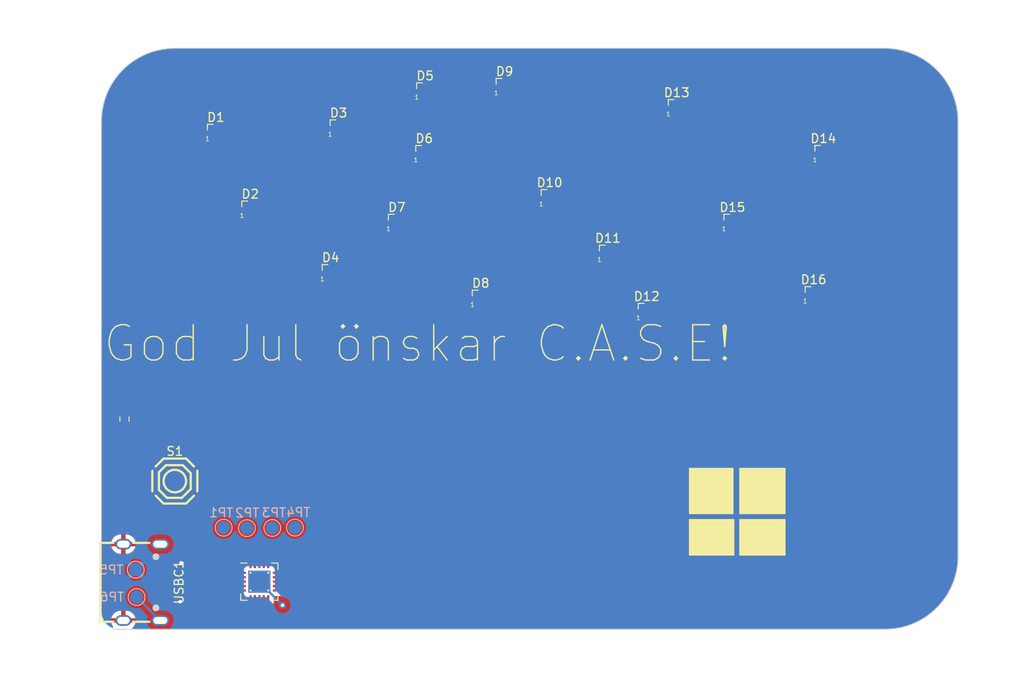
<source format=kicad_pcb>
(kicad_pcb (version 20240108) (generator "pcbnew") (generator_version "8.0")
  (layers (0 "F.Cu" signal) (31 "B.Cu" signal) (34 "B.Paste" user) (35 "F.Paste" user) (36 "B.SilkS" user "B.Silkscreen") (37 "F.SilkS" user "F.Silkscreen") (38 "B.Mask" user) (39 "F.Mask" user) (44 "Edge.Cuts" user))
  (net 0 "")
  (net 1 "Net-(D1-DOUT)")
  (net 2 "GND")
  (net 3 "Net-(D2-DOUT)")
  (net 4 "Net-(D3-DOUT)")
  (net 5 "Net-(D4-DOUT)")
  (net 6 "Net-(D5-DOUT)")
  (net 7 "Net-(D6-DOUT)")
  (net 8 "Net-(D7-DOUT)")
  (net 9 "Net-(D8-DOUT)")
  (net 10 "Net-(D10-DIN)")
  (net 11 "Net-(D10-DOUT)")
  (net 12 "Net-(D11-DOUT)")
  (net 13 "Net-(D12-DOUT)")
  (net 14 "Net-(D13-DOUT)")
  (net 15 "Net-(D14-DOUT)")
  (net 16 "Net-(D15-DOUT)")
  (net 24 "Net-(U1-PA4)")
  (net 27 "Net-(U1-~{RESET}{slash}PB3)")
  (net 31 "Net-(U1-PA6)")
  (net 32 "Net-(D1-DIN)")
  (net 33 "Net-(U1-AREF{slash}PA0)")
  (net 34 "Net-(U1-PA5)")
  (net 36 "VCC_REG")
  (net 40 "Net-(U1-PA1)")
  (footprint "LED_SMD:LED_SK6812_EC15_1.5x1.5mm" (layer "F.Cu") (at 230.45 96.95)
    (property "Reference" "D14" (at 0 -1.75 0) (layer "F.SilkS"))
    (property "Value" "SK6805")
    (fp_line (start -0.96 -0.96) (end -0.96 -0.31) (stroke (width 0.12)) (layer "F.SilkS"))
    (fp_line (start -0.31 -0.96) (end -0.96 -0.96) (stroke (width 0.12)) (layer "F.SilkS"))
    (fp_text user "1" (at -0.95 0.68 180) (layer "F.SilkS") (effects (font (size 0.5 0.5) (thickness 0.075))))
    (pad "1" smd roundrect (at -0.45 0.45 90) (size 0.5 0.5) (layers "F.Cu" "F.Paste" "F.Mask") (net 14 "Net-(D13-DOUT)"))
    (pad "2" smd roundrect (at 0.45 0.45 90) (size 0.5 0.5) (layers "F.Cu" "F.Paste" "F.Mask") (net 36 "VCC_REG"))
    (pad "3" smd roundrect (at 0.45 -0.45 90) (size 0.5 0.5) (layers "F.Cu" "F.Paste" "F.Mask") (net 15 "Net-(D14-DOUT)"))
    (pad "4" smd roundrect (at -0.45 -0.45 90) (size 0.5 0.5) (layers "F.Cu" "F.Paste" "F.Mask") (net 2 "GND"))
  )
  (footprint "LED_SMD:LED_SK6812_EC15_1.5x1.5mm" (layer "F.Cu") (at 210.45 114.85)
    (property "Reference" "D12" (at 0 -1.75 0) (layer "F.SilkS"))
    (property "Value" "SK6805")
    (fp_line (start -0.96 -0.96) (end -0.96 -0.31) (stroke (width 0.12)) (layer "F.SilkS"))
    (fp_line (start -0.31 -0.96) (end -0.96 -0.96) (stroke (width 0.12)) (layer "F.SilkS"))
    (fp_text user "1" (at -0.95 0.68 180) (layer "F.SilkS") (effects (font (size 0.5 0.5) (thickness 0.075))))
    (pad "1" smd roundrect (at -0.45 0.45 90) (size 0.5 0.5) (layers "F.Cu" "F.Paste" "F.Mask") (net 12 "Net-(D11-DOUT)"))
    (pad "2" smd roundrect (at 0.45 0.45 90) (size 0.5 0.5) (layers "F.Cu" "F.Paste" "F.Mask") (net 36 "VCC_REG"))
    (pad "3" smd roundrect (at 0.45 -0.45 90) (size 0.5 0.5) (layers "F.Cu" "F.Paste" "F.Mask") (net 13 "Net-(D12-DOUT)"))
    (pad "4" smd roundrect (at -0.45 -0.45 90) (size 0.5 0.5) (layers "F.Cu" "F.Paste" "F.Mask") (net 2 "GND"))
  )
  (footprint "Resistor_SMD:R_0603_1608Metric" (layer "F.Cu") (at 151.3 127 90)
    (property "Reference" "R1" (hide yes))
    (property "Value" "470" (hide yes))
    (fp_line (start -0.237258 -0.5225) (end 0.237258 -0.5225) (stroke (width 0.12)) (layer "F.SilkS"))
    (fp_line (start -0.237258 0.5225) (end 0.237258 0.5225) (stroke (width 0.12)) (layer "F.SilkS"))
    (pad "1" smd roundrect (at -0.825 0 90) (size 0.8 0.95) (layers "F.Cu" "F.Paste" "F.Mask") (net 33 "Net-(U1-AREF{slash}PA0)"))
    (pad "2" smd roundrect (at 0.825 0 90) (size 0.8 0.95) (layers "F.Cu" "F.Paste" "F.Mask") (net 32 "Net-(D1-DIN)"))
  )
  (footprint "LED_SMD:LED_SK6812_EC15_1.5x1.5mm" (layer "F.Cu") (at 194.35 89.35)
    (property "Reference" "D9" (at 0 -1.75 0) (layer "F.SilkS"))
    (property "Value" "SK6805")
    (fp_line (start -0.96 -0.96) (end -0.96 -0.31) (stroke (width 0.12)) (layer "F.SilkS"))
    (fp_line (start -0.31 -0.96) (end -0.96 -0.96) (stroke (width 0.12)) (layer "F.SilkS"))
    (fp_text user "1" (at -0.95 0.68 180) (layer "F.SilkS") (effects (font (size 0.5 0.5) (thickness 0.075))))
    (pad "1" smd roundrect (at -0.45 0.45 90) (size 0.5 0.5) (layers "F.Cu" "F.Paste" "F.Mask") (net 9 "Net-(D8-DOUT)"))
    (pad "2" smd roundrect (at 0.45 0.45 90) (size 0.5 0.5) (layers "F.Cu" "F.Paste" "F.Mask") (net 36 "VCC_REG"))
    (pad "3" smd roundrect (at 0.45 -0.45 90) (size 0.5 0.5) (layers "F.Cu" "F.Paste" "F.Mask") (net 10 "Net-(D10-DIN)"))
    (pad "4" smd roundrect (at -0.45 -0.45 90) (size 0.5 0.5) (layers "F.Cu" "F.Paste" "F.Mask") (net 2 "GND"))
  )
  (footprint "LED_SMD:LED_SK6812_EC15_1.5x1.5mm" (layer "F.Cu") (at 165.55 103.25)
    (property "Reference" "D2" (at 0 -1.75 0) (layer "F.SilkS"))
    (property "Value" "SK6805")
    (fp_line (start -0.96 -0.96) (end -0.96 -0.31) (stroke (width 0.12)) (layer "F.SilkS"))
    (fp_line (start -0.31 -0.96) (end -0.96 -0.96) (stroke (width 0.12)) (layer "F.SilkS"))
    (fp_text user "1" (at -0.95 0.68 180) (layer "F.SilkS") (effects (font (size 0.5 0.5) (thickness 0.075))))
    (pad "1" smd roundrect (at -0.45 0.45 90) (size 0.5 0.5) (layers "F.Cu" "F.Paste" "F.Mask") (net 1 "Net-(D1-DOUT)"))
    (pad "2" smd roundrect (at 0.45 0.45 90) (size 0.5 0.5) (layers "F.Cu" "F.Paste" "F.Mask") (net 36 "VCC_REG"))
    (pad "3" smd roundrect (at 0.45 -0.45 90) (size 0.5 0.5) (layers "F.Cu" "F.Paste" "F.Mask") (net 3 "Net-(D2-DOUT)"))
    (pad "4" smd roundrect (at -0.45 -0.45 90) (size 0.5 0.5) (layers "F.Cu" "F.Paste" "F.Mask") (net 2 "GND"))
  )
  (footprint "LED_SMD:LED_SK6812_EC15_1.5x1.5mm" (layer "F.Cu") (at 220.15 104.75)
    (property "Reference" "D15" (at 0 -1.75 360) (layer "F.SilkS"))
    (property "Value" "SK6805")
    (fp_line (start -0.96 -0.96) (end -0.96 -0.31) (stroke (width 0.12)) (layer "F.SilkS"))
    (fp_line (start -0.31 -0.96) (end -0.96 -0.96) (stroke (width 0.12)) (layer "F.SilkS"))
    (fp_text user "1" (at -0.95 0.68 360) (layer "F.SilkS") (effects (font (size 0.5 0.5) (thickness 0.075))))
    (pad "1" smd roundrect (at -0.45 0.45 90) (size 0.5 0.5) (layers "F.Cu" "F.Paste" "F.Mask") (net 15 "Net-(D14-DOUT)"))
    (pad "2" smd roundrect (at 0.45 0.45 90) (size 0.5 0.5) (layers "F.Cu" "F.Paste" "F.Mask") (net 36 "VCC_REG"))
    (pad "3" smd roundrect (at 0.45 -0.45 90) (size 0.5 0.5) (layers "F.Cu" "F.Paste" "F.Mask") (net 16 "Net-(D15-DOUT)"))
    (pad "4" smd roundrect (at -0.45 -0.45 90) (size 0.5 0.5) (layers "F.Cu" "F.Paste" "F.Mask") (net 2 "GND"))
  )
  (footprint "LED_SMD:LED_SK6812_EC15_1.5x1.5mm" (layer "F.Cu") (at 191.65 113.35)
    (property "Reference" "D8" (at 0 -1.75 0) (layer "F.SilkS"))
    (property "Value" "SK6805")
    (fp_line (start -0.96 -0.96) (end -0.96 -0.31) (stroke (width 0.12)) (layer "F.SilkS"))
    (fp_line (start -0.31 -0.96) (end -0.96 -0.96) (stroke (width 0.12)) (layer "F.SilkS"))
    (fp_text user "1" (at -0.95 0.68 180) (layer "F.SilkS") (effects (font (size 0.5 0.5) (thickness 0.075))))
    (pad "1" smd roundrect (at -0.45 0.45 90) (size 0.5 0.5) (layers "F.Cu" "F.Paste" "F.Mask") (net 8 "Net-(D7-DOUT)"))
    (pad "2" smd roundrect (at 0.45 0.45 90) (size 0.5 0.5) (layers "F.Cu" "F.Paste" "F.Mask") (net 36 "VCC_REG"))
    (pad "3" smd roundrect (at 0.45 -0.45 90) (size 0.5 0.5) (layers "F.Cu" "F.Paste" "F.Mask") (net 9 "Net-(D8-DOUT)"))
    (pad "4" smd roundrect (at -0.45 -0.45 90) (size 0.5 0.5) (layers "F.Cu" "F.Paste" "F.Mask") (net 2 "GND"))
  )
  (footprint "Package_DFN_QFN:QFN-20-1EP_4x4mm_P0.5mm_EP2.5x2.5mm_ThermalVias" (layer "F.Cu") (at 166.575 145.425)
    (property "Reference" "U1" (hide yes))
    (property "Value" "ATtiny44A-M" (hide yes))
    (fp_line (start -2.11 2.11) (end -2.11 1.385) (stroke (width 0.12)) (layer "F.SilkS"))
    (fp_line (start -1.385 -2.11) (end -2.11 -2.11) (stroke (width 0.12)) (layer "F.SilkS"))
    (fp_line (start -1.385 2.11) (end -2.11 2.11) (stroke (width 0.12)) (layer "F.SilkS"))
    (fp_line (start 1.385 -2.11) (end 2.11 -2.11) (stroke (width 0.12)) (layer "F.SilkS"))
    (fp_line (start 1.385 2.11) (end 2.11 2.11) (stroke (width 0.12)) (layer "F.SilkS"))
    (fp_line (start 2.11 -2.11) (end 2.11 -1.385) (stroke (width 0.12)) (layer "F.SilkS"))
    (fp_line (start 2.11 2.11) (end 2.11 1.385) (stroke (width 0.12)) (layer "F.SilkS"))
    (pad "1" smd roundrect (at -1.9375 -1) (size 0.825 0.25) (layers "F.Cu" "F.Paste" "F.Mask") (net 24 "Net-(U1-PA4)"))
    (pad "2" smd roundrect (at -1.9375 -0.5) (size 0.825 0.25) (layers "F.Cu" "F.Paste" "F.Mask"))
    (pad "3" smd roundrect (at -1.9375 0) (size 0.825 0.25) (layers "F.Cu" "F.Paste" "F.Mask"))
    (pad "4" smd roundrect (at -1.9375 0.5) (size 0.825 0.25) (layers "F.Cu" "F.Paste" "F.Mask") (net 40 "Net-(U1-PA1)"))
    (pad "5" smd roundrect (at -1.9375 1) (size 0.825 0.25) (layers "F.Cu" "F.Paste" "F.Mask") (net 33 "Net-(U1-AREF{slash}PA0)"))
    (pad "6" smd roundrect (at -1 1.9375) (size 0.25 0.825) (layers "F.Cu" "F.Paste" "F.Mask"))
    (pad "7" smd roundrect (at -0.5 1.9375) (size 0.25 0.825) (layers "F.Cu" "F.Paste" "F.Mask"))
    (pad "8" smd roundrect (at 0 1.9375) (size 0.25 0.825) (layers "F.Cu" "F.Paste" "F.Mask") (net 2 "GND"))
    (pad "9" smd roundrect (at 0.5 1.9375) (size 0.25 0.825) (layers "F.Cu" "F.Paste" "F.Mask") (net 36 "VCC_REG"))
    (pad "10" smd roundrect (at 1 1.9375) (size 0.25 0.825) (layers "F.Cu" "F.Paste" "F.Mask"))
    (pad "11" smd roundrect (at 1.9375 1) (size 0.825 0.25) (layers "F.Cu" "F.Paste" "F.Mask"))
    (pad "12" smd roundrect (at 1.9375 0.5) (size 0.825 0.25) (layers "F.Cu" "F.Paste" "F.Mask"))
    (pad "13" smd roundrect (at 1.9375 0) (size 0.825 0.25) (layers "F.Cu" "F.Paste" "F.Mask") (net 27 "Net-(U1-~{RESET}{slash}PB3)"))
    (pad "14" smd roundrect (at 1.9375 -0.5) (size 0.825 0.25) (layers "F.Cu" "F.Paste" "F.Mask"))
    (pad "15" smd roundrect (at 1.9375 -1) (size 0.825 0.25) (layers "F.Cu" "F.Paste" "F.Mask"))
    (pad "16" smd roundrect (at 1 -1.9375) (size 0.25 0.825) (layers "F.Cu" "F.Paste" "F.Mask") (net 31 "Net-(U1-PA6)"))
    (pad "17" smd roundrect (at 0.5 -1.9375) (size 0.25 0.825) (layers "F.Cu" "F.Paste" "F.Mask"))
    (pad "18" smd roundrect (at 0 -1.9375) (size 0.25 0.825) (layers "F.Cu" "F.Paste" "F.Mask"))
    (pad "19" smd roundrect (at -0.5 -1.9375) (size 0.25 0.825) (layers "F.Cu" "F.Paste" "F.Mask"))
    (pad "20" smd roundrect (at -1 -1.9375) (size 0.25 0.825) (layers "F.Cu" "F.Paste" "F.Mask") (net 34 "Net-(U1-PA5)"))
    (pad "21" thru_hole circle (at -1 -1) (size 0.5 0.5) (drill 0.2) (layers "*.Cu") (net 2 "GND"))
    (pad "21" thru_hole circle (at -1 1) (size 0.5 0.5) (drill 0.2) (layers "*.Cu") (net 2 "GND"))
    (pad "21" smd rect (at 0 0) (size 2.5 2.5) (layers "F.Cu" "F.Mask") (net 2 "GND"))
    (pad "21" smd rect (at 0 0) (size 2.5 2.5) (layers "B.Cu") (net 2 "GND"))
    (pad "21" thru_hole circle (at 1 -1) (size 0.5 0.5) (drill 0.2) (layers "*.Cu") (net 2 "GND"))
    (pad "21" thru_hole circle (at 1 1) (size 0.5 0.5) (drill 0.2) (layers "*.Cu") (net 2 "GND"))
  )
  (footprint "LED_SMD:LED_SK6812_EC15_1.5x1.5mm" (layer "F.Cu") (at 175.55 94.05)
    (property "Reference" "D3" (at 0 -1.75 360) (layer "F.SilkS"))
    (property "Value" "SK6805")
    (fp_line (start -0.96 -0.96) (end -0.96 -0.31) (stroke (width 0.12)) (layer "F.SilkS"))
    (fp_line (start -0.31 -0.96) (end -0.96 -0.96) (stroke (width 0.12)) (layer "F.SilkS"))
    (fp_text user "1" (at -0.95 0.68 360) (layer "F.SilkS") (effects (font (size 0.5 0.5) (thickness 0.075))))
    (pad "1" smd roundrect (at -0.45 0.45 90) (size 0.5 0.5) (layers "F.Cu" "F.Paste" "F.Mask") (net 3 "Net-(D2-DOUT)"))
    (pad "2" smd roundrect (at 0.45 0.45 90) (size 0.5 0.5) (layers "F.Cu" "F.Paste" "F.Mask") (net 36 "VCC_REG"))
    (pad "3" smd roundrect (at 0.45 -0.45 90) (size 0.5 0.5) (layers "F.Cu" "F.Paste" "F.Mask") (net 4 "Net-(D3-DOUT)"))
    (pad "4" smd roundrect (at -0.45 -0.45 90) (size 0.5 0.5) (layers "F.Cu" "F.Paste" "F.Mask") (net 2 "GND"))
  )
  (footprint "LED_SMD:LED_SK6812_EC15_1.5x1.5mm" (layer "F.Cu") (at 185.35 89.85)
    (property "Reference" "D5" (at 0 -1.75 0) (layer "F.SilkS"))
    (property "Value" "SK6805")
    (fp_line (start -0.96 -0.96) (end -0.96 -0.31) (stroke (width 0.12)) (layer "F.SilkS"))
    (fp_line (start -0.31 -0.96) (end -0.96 -0.96) (stroke (width 0.12)) (layer "F.SilkS"))
    (fp_text user "1" (at -0.95 0.68 180) (layer "F.SilkS") (effects (font (size 0.5 0.5) (thickness 0.075))))
    (pad "1" smd roundrect (at -0.45 0.45 90) (size 0.5 0.5) (layers "F.Cu" "F.Paste" "F.Mask") (net 5 "Net-(D4-DOUT)"))
    (pad "2" smd roundrect (at 0.45 0.45 90) (size 0.5 0.5) (layers "F.Cu" "F.Paste" "F.Mask") (net 36 "VCC_REG"))
    (pad "3" smd roundrect (at 0.45 -0.45 90) (size 0.5 0.5) (layers "F.Cu" "F.Paste" "F.Mask") (net 6 "Net-(D5-DOUT)"))
    (pad "4" smd roundrect (at -0.45 -0.45 90) (size 0.5 0.5) (layers "F.Cu" "F.Paste" "F.Mask") (net 2 "GND"))
  )
  (footprint "LED_SMD:LED_SK6812_EC15_1.5x1.5mm" (layer "F.Cu") (at 199.45 101.95)
    (property "Reference" "D10" (at 0 -1.75 0) (layer "F.SilkS"))
    (property "Value" "SK6805")
    (fp_line (start -0.96 -0.96) (end -0.96 -0.31) (stroke (width 0.12)) (layer "F.SilkS"))
    (fp_line (start -0.31 -0.96) (end -0.96 -0.96) (stroke (width 0.12)) (layer "F.SilkS"))
    (fp_text user "1" (at -0.95 0.68 180) (layer "F.SilkS") (effects (font (size 0.5 0.5) (thickness 0.075))))
    (pad "1" smd roundrect (at -0.45 0.45 90) (size 0.5 0.5) (layers "F.Cu" "F.Paste" "F.Mask") (net 10 "Net-(D10-DIN)"))
    (pad "2" smd roundrect (at 0.45 0.45 90) (size 0.5 0.5) (layers "F.Cu" "F.Paste" "F.Mask") (net 36 "VCC_REG"))
    (pad "3" smd roundrect (at 0.45 -0.45 90) (size 0.5 0.5) (layers "F.Cu" "F.Paste" "F.Mask") (net 11 "Net-(D10-DOUT)"))
    (pad "4" smd roundrect (at -0.45 -0.45 90) (size 0.5 0.5) (layers "F.Cu" "F.Paste" "F.Mask") (net 2 "GND"))
  )
  (footprint "LED_SMD:LED_SK6812_EC15_1.5x1.5mm" (layer "F.Cu") (at 161.65 94.55)
    (property "Reference" "D1" (at 0 -1.75 0) (layer "F.SilkS"))
    (property "Value" "SK6805")
    (fp_line (start -0.96 -0.96) (end -0.96 -0.31) (stroke (width 0.12)) (layer "F.SilkS"))
    (fp_line (start -0.31 -0.96) (end -0.96 -0.96) (stroke (width 0.12)) (layer "F.SilkS"))
    (fp_text user "1" (at -0.95 0.68 180) (layer "F.SilkS") (effects (font (size 0.5 0.5) (thickness 0.075))))
    (pad "1" smd roundrect (at -0.45 0.45 90) (size 0.5 0.5) (layers "F.Cu" "F.Paste" "F.Mask") (net 32 "Net-(D1-DIN)"))
    (pad "2" smd roundrect (at 0.45 0.45 90) (size 0.5 0.5) (layers "F.Cu" "F.Paste" "F.Mask") (net 36 "VCC_REG"))
    (pad "3" smd roundrect (at 0.45 -0.45 90) (size 0.5 0.5) (layers "F.Cu" "F.Paste" "F.Mask") (net 1 "Net-(D1-DOUT)"))
    (pad "4" smd roundrect (at -0.45 -0.45 90) (size 0.5 0.5) (layers "F.Cu" "F.Paste" "F.Mask") (net 2 "GND"))
  )
  (footprint "usb_c:USB-C_SMD-TYPE-C-31-M-12" (layer "F.Cu") (at 153.6485 145.5 -90)
    (property "Reference" "USBC1" (at 0 -3.824 90) (layer "F.SilkS"))
    (property "Value" "TYPE-C-31-M-12")
    (fp_line (start -4.469 5.094) (end -4.469 3.6125) (stroke (width 0.254)) (layer "F.SilkS"))
    (fp_line (start 4.471 5.094) (end -4.469 5.094) (stroke (width 0.254)) (layer "F.SilkS"))
    (fp_line (start 4.471 5.094) (end 4.471 3.6125) (stroke (width 0.254)) (layer "F.SilkS"))
    (fp_line (start 4.471 1.376) (end 4.471 -0.4875) (stroke (width 0.254)) (layer "F.SilkS"))
    (fp_line (start -4.469 1.3755) (end -4.469 -0.487) (stroke (width 0.254)) (layer "F.SilkS"))
    (fp_poly (pts (xy -2.525 -1.2055) (xy -2.543354 -1.321381) (xy -2.596619 -1.425919) (xy -2.679581 -1.508881) (xy -2.784119 -1.562146) (xy -2.9 -1.5805) (xy -3.015881 -1.562146) (xy -3.120419 -1.508881) (xy -3.203381 -1.425919) (xy -3.256646 -1.321381) (xy -3.275 -1.2055) (xy -3.256646 -1.089619) (xy -3.203381 -0.985081) (xy -3.120419 -0.902119) (xy -3.015881 -0.848854) (xy -2.9 -0.8305) (xy -2.784119 -0.848854) (xy -2.679581 -0.902119) (xy -2.596619 -0.985081) (xy -2.543354 -1.089619)) (fill solid) (layer "Edge.Cuts"))
    (fp_poly (pts (xy 3.275 -1.2055) (xy 3.256646 -1.321381) (xy 3.203381 -1.425919) (xy 3.120419 -1.508881) (xy 3.015881 -1.562146) (xy 2.9 -1.5805) (xy 2.784119 -1.562146) (xy 2.679581 -1.508881) (xy 2.596619 -1.425919) (xy 2.543354 -1.321381) (xy 2.525 -1.2055) (xy 2.543354 -1.089619) (xy 2.596619 -0.985081) (xy 2.679581 -0.902119) (xy 2.784119 -0.848854) (xy 2.9 -0.8305) (xy 3.015881 -0.848854) (xy 3.120419 -0.902119) (xy 3.203381 -0.985081) (xy 3.256646 -1.089619)) (fill solid) (layer "Edge.Cuts"))
    (pad "0" thru_hole oval (at -4.325 -1.706 270) (size 1.2 2) (drill oval 0.8 1.6) (layers "*.Cu" "*.Mask") (net 2 "GND"))
    (pad "1" thru_hole oval (at 4.325 -1.706 270) (size 1.2 2) (drill oval 0.8 1.6) (layers "*.Cu" "*.Mask") (net 2 "GND"))
    (pad "2" thru_hole oval (at 4.325 2.474 270) (size 1.2 1.8) (drill oval 0.8 1.4) (layers "*.Cu" "*.Mask") (net 2 "GND"))
    (pad "3" thru_hole oval (at -4.325 2.474 270) (size 1.2 1.8) (drill oval 0.8 1.4) (layers "*.Cu" "*.Mask") (net 2 "GND"))
    (pad "A1" smd rect (at -3.35 -2.474 270) (size 0.3 1.3) (layers "F.Cu" "F.Paste" "F.Mask") (net 2 "GND"))
    (pad "A4" smd rect (at -2.55 -2.474 270) (size 0.3 1.3) (layers "F.Cu" "F.Paste" "F.Mask") (net 36 "VCC_REG"))
    (pad "A5" smd rect (at -1.25 -2.474 270) (size 0.3 1.3) (layers "F.Cu" "F.Paste" "F.Mask"))
    (pad "A6" smd rect (at -0.25 -2.474 270) (size 0.3 1.3) (layers "F.Cu" "F.Paste" "F.Mask"))
    (pad "A7" smd rect (at 0.25 -2.474 270) (size 0.3 1.3) (layers "F.Cu" "F.Paste" "F.Mask"))
    (pad "A8" smd rect (at 1.2495 -2.474 270) (size 0.3 1.3) (layers "F.Cu" "F.Paste" "F.Mask"))
    (pad "A9" smd rect (at 2.55 -2.474 270) (size 0.3 1.3) (layers "F.Cu" "F.Paste" "F.Mask") (net 36 "VCC_REG"))
    (pad "A12" smd rect (at 3.35 -2.474 270) (size 0.3 1.3) (layers "F.Cu" "F.Paste" "F.Mask") (net 2 "GND"))
    (pad "B1" smd rect (at 3.05 -2.474 270) (size 0.3 1.3) (layers "F.Cu" "F.Paste" "F.Mask") (net 2 "GND"))
    (pad "B4" smd rect (at 2.25 -2.474 270) (size 0.3 1.3) (layers "F.Cu" "F.Paste" "F.Mask") (net 36 "VCC_REG"))
    (pad "B5" smd rect (at 1.75 -2.474 270) (size 0.3 1.3) (layers "F.Cu" "F.Paste" "F.Mask"))
    (pad "B6" smd rect (at 0.75 -2.474 270) (size 0.3 1.3) (layers "F.Cu" "F.Paste" "F.Mask"))
    (pad "B7" smd rect (at -0.75 -2.474 270) (size 0.3 1.3) (layers "F.Cu" "F.Paste" "F.Mask"))
    (pad "B8" smd rect (at -1.75 -2.474 270) (size 0.3 1.3) (layers "F.Cu" "F.Paste" "F.Mask"))
    (pad "B9" smd rect (at -2.25 -2.474 270) (size 0.3 1.3) (layers "F.Cu" "F.Paste" "F.Mask") (net 36 "VCC_REG"))
    (pad "B12" smd rect (at -3.05 -2.474 270) (size 0.3 1.3) (layers "F.Cu" "F.Paste" "F.Mask") (net 2 "GND"))
  )
  (footprint "pushbutton:SW-SMD_4P-L5.1-W5.1-P3.70-LS6.5-TL_H1.5" (layer "F.Cu") (at 157 134.025)
    (property "Reference" "S1" (at 0 -3.377 0) (layer "F.SilkS"))
    (property "Value" "TS-1187A-B-A-B")
    (fp_line (start -2.55 -1.1685) (end -2.55 1.1685) (stroke (width 0.254)) (layer "F.SilkS"))
    (fp_line (start -2.17 1.655) (end -1.275 2.55) (stroke (width 0.254)) (layer "F.SilkS"))
    (fp_line (start -1.801 -1.001) (end -1.001 -1.801) (stroke (width 0.254)) (layer "F.SilkS"))
    (fp_line (start -1.801 0.998) (end -1.801 -1.001) (stroke (width 0.254)) (layer "F.SilkS"))
    (fp_line (start -1.275 -2.55) (end -2.17 -1.655) (stroke (width 0.254)) (layer "F.SilkS"))
    (fp_line (start -1.275 -2.55) (end 1.275 -2.55) (stroke (width 0.254)) (layer "F.SilkS"))
    (fp_line (start -1.275 2.55) (end 1.275 2.55) (stroke (width 0.254)) (layer "F.SilkS"))
    (fp_line (start -1.001 -1.801) (end 0.899 -1.801) (stroke (width 0.254)) (layer "F.SilkS"))
    (fp_line (start -0.899 1.9) (end -1.801 0.998) (stroke (width 0.254)) (layer "F.SilkS"))
    (fp_line (start 0.8 1.9) (end -0.899 1.9) (stroke (width 0.254)) (layer "F.SilkS"))
    (fp_line (start 0.899 -1.801) (end 1.801 -0.899) (stroke (width 0.254)) (layer "F.SilkS"))
    (fp_line (start 1.275 -2.55) (end 2.17 -1.655) (stroke (width 0.254)) (layer "F.SilkS"))
    (fp_line (start 1.801 -0.899) (end 1.801 0.899) (stroke (width 0.254)) (layer "F.SilkS"))
    (fp_line (start 1.801 0.899) (end 0.8 1.9) (stroke (width 0.254)) (layer "F.SilkS"))
    (fp_line (start 2.17 1.655) (end 1.275 2.55) (stroke (width 0.254)) (layer "F.SilkS"))
    (fp_line (start 2.55 -1.1685) (end 2.55 1.1685) (stroke (width 0.254)) (layer "F.SilkS"))
    (fp_circle (center 0 0) (end 1.275 0) (stroke (width 0.254)) (fill none) (layer "F.SilkS"))
    (pad "1" smd rect (at -3 -1.875) (size 1 0.75) (layers "F.Cu" "F.Paste" "F.Mask") (net 2 "GND"))
    (pad "2" smd rect (at 3 -1.875) (size 1 0.75) (layers "F.Cu" "F.Paste" "F.Mask") (net 2 "GND"))
    (pad "3" smd rect (at -3 1.875) (size 1 0.75) (layers "F.Cu" "F.Paste" "F.Mask") (net 40 "Net-(U1-PA1)"))
    (pad "4" smd rect (at 3 1.875) (size 1 0.75) (layers "F.Cu" "F.Paste" "F.Mask") (net 40 "Net-(U1-PA1)"))
  )
  (footprint "LED_SMD:LED_SK6812_EC15_1.5x1.5mm" (layer "F.Cu") (at 182.15 104.75)
    (property "Reference" "D7" (at 0 -1.75 0) (layer "F.SilkS"))
    (property "Value" "SK6805")
    (fp_line (start -0.96 -0.96) (end -0.96 -0.31) (stroke (width 0.12)) (layer "F.SilkS"))
    (fp_line (start -0.31 -0.96) (end -0.96 -0.96) (stroke (width 0.12)) (layer "F.SilkS"))
    (fp_text user "1" (at -0.95 0.68 180) (layer "F.SilkS") (effects (font (size 0.5 0.5) (thickness 0.075))))
    (pad "1" smd roundrect (at -0.45 0.45 90) (size 0.5 0.5) (layers "F.Cu" "F.Paste" "F.Mask") (net 7 "Net-(D6-DOUT)"))
    (pad "2" smd roundrect (at 0.45 0.45 90) (size 0.5 0.5) (layers "F.Cu" "F.Paste" "F.Mask") (net 36 "VCC_REG"))
    (pad "3" smd roundrect (at 0.45 -0.45 90) (size 0.5 0.5) (layers "F.Cu" "F.Paste" "F.Mask") (net 8 "Net-(D7-DOUT)"))
    (pad "4" smd roundrect (at -0.45 -0.45 90) (size 0.5 0.5) (layers "F.Cu" "F.Paste" "F.Mask") (net 2 "GND"))
  )
  (footprint "LED_SMD:LED_SK6812_EC15_1.5x1.5mm" (layer "F.Cu") (at 213.85 91.75)
    (property "Reference" "D13" (at 0 -1.75 360) (layer "F.SilkS"))
    (property "Value" "SK6805")
    (fp_line (start -0.96 -0.96) (end -0.96 -0.31) (stroke (width 0.12)) (layer "F.SilkS"))
    (fp_line (start -0.31 -0.96) (end -0.96 -0.96) (stroke (width 0.12)) (layer "F.SilkS"))
    (fp_text user "1" (at -0.95 0.68 360) (layer "F.SilkS") (effects (font (size 0.5 0.5) (thickness 0.075))))
    (pad "1" smd roundrect (at -0.45 0.45 90) (size 0.5 0.5) (layers "F.Cu" "F.Paste" "F.Mask") (net 13 "Net-(D12-DOUT)"))
    (pad "2" smd roundrect (at 0.45 0.45 90) (size 0.5 0.5) (layers "F.Cu" "F.Paste" "F.Mask") (net 36 "VCC_REG"))
    (pad "3" smd roundrect (at 0.45 -0.45 90) (size 0.5 0.5) (layers "F.Cu" "F.Paste" "F.Mask") (net 14 "Net-(D13-DOUT)"))
    (pad "4" smd roundrect (at -0.45 -0.45 90) (size 0.5 0.5) (layers "F.Cu" "F.Paste" "F.Mask") (net 2 "GND"))
  )
  (footprint "LED_SMD:LED_SK6812_EC15_1.5x1.5mm" (layer "F.Cu") (at 174.65 110.45)
    (property "Reference" "D4" (at 0 -1.75 0) (layer "F.SilkS"))
    (property "Value" "SK6805")
    (fp_line (start -0.96 -0.96) (end -0.96 -0.31) (stroke (width 0.12)) (layer "F.SilkS"))
    (fp_line (start -0.31 -0.96) (end -0.96 -0.96) (stroke (width 0.12)) (layer "F.SilkS"))
    (fp_text user "1" (at -0.95 0.68 180) (layer "F.SilkS") (effects (font (size 0.5 0.5) (thickness 0.075))))
    (pad "1" smd roundrect (at -0.45 0.45 90) (size 0.5 0.5) (layers "F.Cu" "F.Paste" "F.Mask") (net 4 "Net-(D3-DOUT)"))
    (pad "2" smd roundrect (at 0.45 0.45 90) (size 0.5 0.5) (layers "F.Cu" "F.Paste" "F.Mask") (net 36 "VCC_REG"))
    (pad "3" smd roundrect (at 0.45 -0.45 90) (size 0.5 0.5) (layers "F.Cu" "F.Paste" "F.Mask") (net 5 "Net-(D4-DOUT)"))
    (pad "4" smd roundrect (at -0.45 -0.45 90) (size 0.5 0.5) (layers "F.Cu" "F.Paste" "F.Mask") (net 2 "GND"))
  )
  (footprint "LED_SMD:LED_SK6812_EC15_1.5x1.5mm" (layer "F.Cu") (at 185.25 96.95)
    (property "Reference" "D6" (at 0 -1.75 0) (layer "F.SilkS"))
    (property "Value" "SK6805")
    (fp_line (start -0.96 -0.96) (end -0.96 -0.31) (stroke (width 0.12)) (layer "F.SilkS"))
    (fp_line (start -0.31 -0.96) (end -0.96 -0.96) (stroke (width 0.12)) (layer "F.SilkS"))
    (fp_text user "1" (at -0.95 0.68 180) (layer "F.SilkS") (effects (font (size 0.5 0.5) (thickness 0.075))))
    (pad "1" smd roundrect (at -0.45 0.45 90) (size 0.5 0.5) (layers "F.Cu" "F.Paste" "F.Mask") (net 6 "Net-(D5-DOUT)"))
    (pad "2" smd roundrect (at 0.45 0.45 90) (size 0.5 0.5) (layers "F.Cu" "F.Paste" "F.Mask") (net 36 "VCC_REG"))
    (pad "3" smd roundrect (at 0.45 -0.45 90) (size 0.5 0.5) (layers "F.Cu" "F.Paste" "F.Mask") (net 7 "Net-(D6-DOUT)"))
    (pad "4" smd roundrect (at -0.45 -0.45 90) (size 0.5 0.5) (layers "F.Cu" "F.Paste" "F.Mask") (net 2 "GND"))
  )
  (footprint "LED_SMD:LED_SK6812_EC15_1.5x1.5mm" (layer "F.Cu") (at 229.35 112.95)
    (property "Reference" "D16" (at 0 -1.75 360) (layer "F.SilkS"))
    (property "Value" "SK6805")
    (fp_line (start -0.96 -0.96) (end -0.96 -0.31) (stroke (width 0.12)) (layer "F.SilkS"))
    (fp_line (start -0.31 -0.96) (end -0.96 -0.96) (stroke (width 0.12)) (layer "F.SilkS"))
    (fp_text user "1" (at -0.95 0.68 360) (layer "F.SilkS") (effects (font (size 0.5 0.5) (thickness 0.075))))
    (pad "1" smd roundrect (at -0.45 0.45 90) (size 0.5 0.5) (layers "F.Cu" "F.Paste" "F.Mask") (net 16 "Net-(D15-DOUT)"))
    (pad "2" smd roundrect (at 0.45 0.45 90) (size 0.5 0.5) (layers "F.Cu" "F.Paste" "F.Mask") (net 36 "VCC_REG"))
    (pad "3" smd roundrect (at 0.45 -0.45 90) (size 0.5 0.5) (layers "F.Cu" "F.Paste" "F.Mask"))
    (pad "4" smd roundrect (at -0.45 -0.45 90) (size 0.5 0.5) (layers "F.Cu" "F.Paste" "F.Mask") (net 2 "GND"))
  )
  (footprint "LED_SMD:LED_SK6812_EC15_1.5x1.5mm" (layer "F.Cu") (at 206.05 108.25)
    (property "Reference" "D11" (at 0 -1.75 0) (layer "F.SilkS"))
    (property "Value" "SK6805")
    (fp_line (start -0.96 -0.96) (end -0.96 -0.31) (stroke (width 0.12)) (layer "F.SilkS"))
    (fp_line (start -0.31 -0.96) (end -0.96 -0.96) (stroke (width 0.12)) (layer "F.SilkS"))
    (fp_text user "1" (at -0.95 0.68 180) (layer "F.SilkS") (effects (font (size 0.5 0.5) (thickness 0.075))))
    (pad "1" smd roundrect (at -0.45 0.45 90) (size 0.5 0.5) (layers "F.Cu" "F.Paste" "F.Mask") (net 11 "Net-(D10-DOUT)"))
    (pad "2" smd roundrect (at 0.45 0.45 90) (size 0.5 0.5) (layers "F.Cu" "F.Paste" "F.Mask") (net 36 "VCC_REG"))
    (pad "3" smd roundrect (at 0.45 -0.45 90) (size 0.5 0.5) (layers "F.Cu" "F.Paste" "F.Mask") (net 12 "Net-(D11-DOUT)"))
    (pad "4" smd roundrect (at -0.45 -0.45 90) (size 0.5 0.5) (layers "F.Cu" "F.Paste" "F.Mask") (net 2 "GND"))
  )
  (footprint "TestPoint:TestPoint_Pad_D1.5mm" (layer "B.Cu") (at 165.161331 139.360847 180)
    (property "Reference" "TP2" (at -0.027766 1.728335 0) (layer "B.SilkS") (effects (justify mirror)))
    (property "Value" "TestPoint2" (hide yes))
    (fp_circle (center 0 0) (end 0 -0.95) (stroke (width 0.12)) (fill none) (layer "B.SilkS"))
    (pad "1" smd circle (at 0 0 180) (size 1.5 1.5) (layers "B.Cu" "B.Mask") (net 34 "Net-(U1-PA5)"))
  )
  (footprint "TestPoint:TestPoint_Pad_D1.5mm" (layer "B.Cu") (at 168.039489 139.340968 180)
    (property "Reference" "TP3" (at -0.176132 1.739183 0) (layer "B.SilkS") (effects (justify mirror)))
    (property "Value" "TestPoint3" (hide yes))
    (fp_circle (center 0 0) (end 0 -0.95) (stroke (width 0.12)) (fill none) (layer "B.SilkS"))
    (pad "1" smd circle (at 0 0 180) (size 1.5 1.5) (layers "B.Cu" "B.Mask") (net 31 "Net-(U1-PA6)"))
  )
  (footprint "TestPoint:TestPoint_Pad_D1.5mm" (layer "B.Cu") (at 162.529268 139.310242 180)
    (property "Reference" "TP1" (at 0.274518 1.693093 0) (layer "B.SilkS") (effects (justify mirror)))
    (property "Value" "TestPoint1" (hide yes))
    (fp_circle (center 0 0) (end 0 -0.95) (stroke (width 0.12)) (fill none) (layer "B.SilkS"))
    (pad "1" smd circle (at 0 0 180) (size 1.5 1.5) (layers "B.Cu" "B.Mask") (net 24 "Net-(U1-PA4)"))
  )
  (footprint "TestPoint:TestPoint_Pad_D1.5mm" (layer "B.Cu") (at 152.6745 147.175 180)
    (property "Reference" "TP6" (at 2.78709 0.008275 0) (layer "B.SilkS") (effects (justify mirror)))
    (property "Value" "TestPoint6" (hide yes))
    (fp_circle (center 0 0) (end 0 -0.95) (stroke (width 0.12)) (fill none) (layer "B.SilkS"))
    (pad "1" smd circle (at 0 0 180) (size 1.5 1.5) (layers "B.Cu" "B.Mask") (net 2 "GND"))
  )
  (footprint "TestPoint:TestPoint_Pad_D1.5mm" (layer "B.Cu") (at 152.5745 144.075 180)
    (property "Reference" "TP5" (at 2.761485 -0.01164 0) (layer "B.SilkS") (effects (justify mirror)))
    (property "Value" "TestPoint5" (hide yes))
    (fp_circle (center 0 0) (end 0 -0.95) (stroke (width 0.12)) (fill none) (layer "B.SilkS"))
    (pad "1" smd circle (at 0 0 180) (size 1.5 1.5) (layers "B.Cu" "B.Mask") (net 36 "VCC_REG"))
  )
  (footprint "TestPoint:TestPoint_Pad_D1.5mm" (layer "B.Cu") (at 170.6 139.3 180)
    (property "Reference" "TP4" (at -0.380974 1.728941 0) (layer "B.SilkS") (effects (justify mirror)))
    (property "Value" "TestPoint4" (hide yes))
    (fp_circle (center 0 0) (end 0 -0.95) (stroke (width 0.12)) (fill none) (layer "B.SilkS"))
    (pad "1" smd circle (at 0 0 180) (size 1.5 1.5) (layers "B.Cu" "B.Mask") (net 27 "Net-(U1-~{RESET}{slash}PB3)"))
  )
  (gr_rect (start 215.3 138.4) (end 220.3 142.4) (stroke (width 0.15)) (fill solid) (layer "F.SilkS"))
  (gr_rect (start 221 132.6) (end 226.1 137.7) (stroke (width 0.15)) (fill solid) (layer "F.SilkS"))
  (gr_rect (start 221 138.4) (end 226.1 142.4) (stroke (width 0.15)) (fill solid) (layer "F.SilkS"))
  (gr_rect (start 215.3 132.6) (end 220.2 137.7) (stroke (width 0.15)) (fill solid) (layer "F.SilkS"))
  (gr_poly (pts (xy 237.840008 84.981427) (xy 238.248238 85.0118) (xy 238.652999 85.062077) (xy 239.053611 85.131979) (xy 239.449395 85.221222) (xy 239.839673 85.329525) (xy 240.223763 85.456608) (xy 240.600988 85.602189) (xy 240.970667 85.765986) (xy 241.332122 85.947717) (xy 241.684672 86.147103) (xy 242.027638 86.36386) (xy 242.360342 86.597708) (xy 242.682103 86.848365) (xy 242.992242 87.11555) (xy 243.290081 87.398981) (xy 243.573512 87.696819) (xy 243.840697 88.006958) (xy 244.091354 88.328719) (xy 244.325202 88.661422) (xy 244.54196 89.004389) (xy 244.741345 89.356938) (xy 244.923077 89.718393) (xy 245.086873 90.088071) (xy 245.232454 90.465296) (xy 245.359537 90.849386) (xy 245.46784 91.239663) (xy 245.557084 91.635447) (xy 245.626985 92.03606) (xy 245.677263 92.44082) (xy 245.707636 92.84905) (xy 245.717823 93.26007) (xy 245.717823 142.539931) (xy 245.707037 142.966473) (xy 245.675028 143.387416) (xy 245.622317 143.802238) (xy 245.549423 144.210419) (xy 245.456868 144.611439) (xy 245.345173 145.004775) (xy 245.214858 145.389908) (xy 245.066445 145.766317) (xy 244.900454 146.133481) (xy 244.717405 146.490879) (xy 244.51782 146.83799) (xy 244.30222 147.174294) (xy 244.071125 147.49927) (xy 243.825056 147.812396) (xy 243.564534 148.113153) (xy 243.29008 148.401019) (xy 243.002214 148.675473) (xy 242.701457 148.935995) (xy 242.38833 149.182064) (xy 242.063355 149.413159) (xy 241.727051 149.628759) (xy 241.379939 149.828344) (xy 241.022541 150.011392) (xy 240.655377 150.177384) (xy 240.278968 150.325797) (xy 239.893835 150.456112) (xy 239.500498 150.567807) (xy 239.099478 150.660361) (xy 238.691297 150.733255) (xy 238.276474 150.785967) (xy 237.855531 150.817976) (xy 237.428989 150.828761) (xy 150.641231 150.828761) (xy 150.544087 150.826352) (xy 150.447602 150.819172) (xy 150.351938 150.807288) (xy 150.257253 150.790766) (xy 150.16371 150.769673) (xy 150.071469 150.744075) (xy 149.98069 150.714039) (xy 149.891533 150.679631) (xy 149.80416 150.640918) (xy 149.718731 150.597966) (xy 149.635407 150.550841) (xy 149.554347 150.499611) (xy 149.475713 150.444342) (xy 149.399666 150.385099) (xy 149.326365 150.32195) (xy 149.255971 150.254962) (xy 149.188983 150.184568) (xy 149.125834 150.111268) (xy 149.066591 150.03522) (xy 149.011322 149.956586) (xy 148.960091 149.875527) (xy 148.912967 149.792202) (xy 148.870015 149.706773) (xy 148.831302 149.6194) (xy 148.796894 149.530244) (xy 148.766858 149.439465) (xy 148.741261 149.347224) (xy 148.720169 149.253681) (xy 148.703647 149.158997) (xy 148.691764 149.063333) (xy 148.684586 148.966848) (xy 148.682178 148.869704) (xy 148.682178 93.260072) (xy 148.692365 92.849052) (xy 148.722738 92.440823) (xy 148.773016 92.036062) (xy 148.842917 91.63545) (xy 148.93216 91.239665) (xy 149.040464 90.849388) (xy 149.167547 90.465298) (xy 149.313127 90.088074) (xy 149.476924 89.718395) (xy 149.658656 89.356941) (xy 149.858041 89.004391) (xy 150.074798 88.661424) (xy 150.308646 88.328721) (xy 150.559304 88.00696) (xy 150.826489 87.696821) (xy 151.10992 87.398983) (xy 151.407758 87.115551) (xy 151.717897 86.848366) (xy 152.039658 86.597709) (xy 152.372361 86.363861) (xy 152.715328 86.147104) (xy 153.067878 85.947718) (xy 153.429332 85.765987) (xy 153.799011 85.60219) (xy 154.176235 85.456609) (xy 154.560326 85.329526) (xy 154.950603 85.221222) (xy 155.346387 85.131979) (xy 155.746999 85.062078) (xy 156.15176 85.0118) (xy 156.55999 84.981427) (xy 156.97101 84.97124) (xy 237.428989 84.97124)) (stroke (width 0.1)) (fill none) (layer "Edge.Cuts"))
  (gr_text "God Jul önskar C.A.S.E!" (at 148.7 120.8 0) (layer "F.SilkS") (effects (font (size 4 4)) (justify left bottom)))
  (via (at 169.2 148.1) (size 0.8) (drill 0.4) (layers "F.Cu" "B.Cu") (net 2))
  (segment (start 155.3545 149.825) (end 155.3245 149.825) (width 0.254) (layer "B.Cu") (net 2))
  (segment (start 167.575 146.475) (end 169.2 148.1) (width 0.254) (layer "B.Cu") (net 2))
  (segment (start 155.3245 149.825) (end 152.6745 147.175) (width 0.254) (layer "B.Cu") (net 2))
  (segment (start 167.575 146.425) (end 167.575 146.475) (width 0.254) (layer "B.Cu") (net 2))
  (segment (start 156.1225 143.25) (end 155.1685 143.25) (width 0.254) (layer "F.Cu") (net 36))
  (segment (start 157.65 143.25) (end 157.7 143.3) (width 0.254) (layer "F.Cu") (net 36))
  (segment (start 155.1685 143.25) (end 155.1455 143.273) (width 0.254) (layer "F.Cu") (net 36))
  (segment (start 155.1685 147.75) (end 156.1225 147.75) (width 0.254) (layer "F.Cu") (net 36))
  (segment (start 156.1225 147.75) (end 157.55 147.75) (width 0.254) (layer "F.Cu") (net 36))
  (segment (start 157.55 147.75) (end 157.6 147.7) (width 0.254) (layer "F.Cu") (net 36))
  (segment (start 156.1225 143.25) (end 157.65 143.25) (width 0.254) (layer "F.Cu") (net 36))
  (segment (start 155.1455 143.273) (end 155.1455 147.727) (width 0.254) (layer "F.Cu") (net 36))
  (segment (start 155.1455 147.727) (end 155.1685 147.75) (width 0.254) (layer "F.Cu") (net 36))
  (via (at 157.7 143.3) (size 0.8) (drill 0.4) (layers "F.Cu" "B.Cu") (net 36))
  (via (at 157.6 147.7) (size 0.8) (drill 0.4) (layers "F.Cu" "B.Cu") (net 36))
  (segment (start 160 135.9) (end 154 135.9) (width 0.254) (layer "F.Cu") (net 40))
  (zone (net 2) (net_name "GND") (layer "F.Cu") (connect_pads (clearance 0.5)) (min_thickness 0.25) (fill yes (thermal_gap 0.5) (thermal_bridge_width 0.5))
    (polygon (pts (xy 138.6 81.1) (xy 251.5 79.5) (xy 253.2 151.9) (xy 137.2 153.1)))
  )
  (zone (net 36) (net_name "VCC_REG") (layer "B.Cu") (priority 1) (connect_pads (clearance 0.5)) (min_thickness 0.25) (fill yes (thermal_gap 0.5) (thermal_bridge_width 0.5))
    (polygon (pts (xy 143.2 80.5) (xy 251.6 79.8) (xy 251.4 155.2) (xy 139.1 155.9)))
  )
)
</source>
